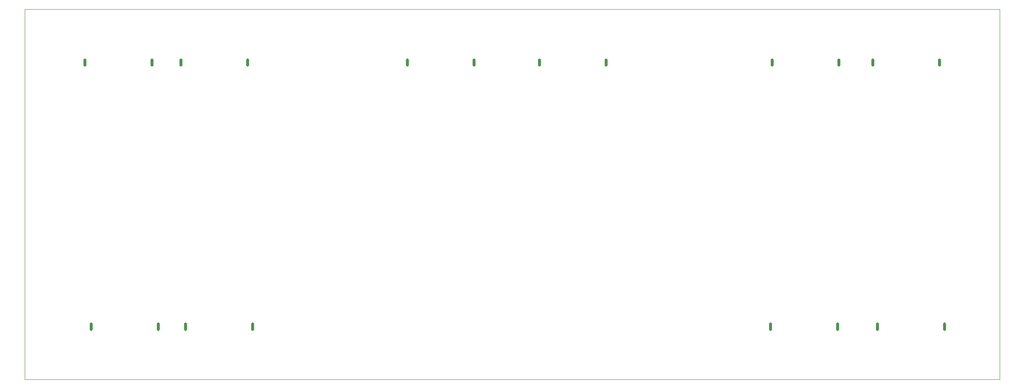
<source format=gbr>
%TF.GenerationSoftware,KiCad,Pcbnew,6.0.11+dfsg-1*%
%TF.CreationDate,2024-02-06T14:07:20+02:00*%
%TF.ProjectId,fake-platka,66616b65-2d70-46c6-9174-6b612e6b6963,rev?*%
%TF.SameCoordinates,Original*%
%TF.FileFunction,Profile,NP*%
%FSLAX46Y46*%
G04 Gerber Fmt 4.6, Leading zero omitted, Abs format (unit mm)*
G04 Created by KiCad (PCBNEW 6.0.11+dfsg-1) date 2024-02-06 14:07:20*
%MOMM*%
%LPD*%
G01*
G04 APERTURE LIST*
%TA.AperFunction,Profile*%
%ADD10C,0.100000*%
%TD*%
%TA.AperFunction,Profile*%
%ADD11C,0.609600*%
%TD*%
G04 APERTURE END LIST*
D10*
X31750000Y-33020000D02*
X228600000Y-33020000D01*
X228600000Y-33020000D02*
X228600000Y-107950000D01*
X228600000Y-107950000D02*
X31750000Y-107950000D01*
X31750000Y-107950000D02*
X31750000Y-33020000D01*
D11*
%TO.C,J7*%
X57405100Y-43201898D02*
X57405100Y-44294098D01*
X43905100Y-43201898D02*
X43905100Y-44294098D01*
%TO.C,J8*%
X76765100Y-43201898D02*
X76765100Y-44294098D01*
X63265100Y-43201898D02*
X63265100Y-44294098D01*
%TO.C,J1*%
X149155100Y-43201898D02*
X149155100Y-44294098D01*
X135655100Y-43201898D02*
X135655100Y-44294098D01*
%TO.C,J14*%
X58654900Y-97768102D02*
X58654900Y-96675902D01*
X45154900Y-97768102D02*
X45154900Y-96675902D01*
%TO.C,J15*%
X64204900Y-97768102D02*
X64204900Y-96675902D01*
X77704900Y-97768102D02*
X77704900Y-96675902D01*
%TO.C,J29*%
X195814900Y-97768102D02*
X195814900Y-96675902D01*
X182314900Y-97768102D02*
X182314900Y-96675902D01*
%TO.C,J28*%
X217404900Y-97768102D02*
X217404900Y-96675902D01*
X203904900Y-97768102D02*
X203904900Y-96675902D01*
%TO.C,J21*%
X202965100Y-43201898D02*
X202965100Y-44294098D01*
X216465100Y-43201898D02*
X216465100Y-44294098D01*
%TO.C,J22*%
X182645100Y-43201898D02*
X182645100Y-44294098D01*
X196145100Y-43201898D02*
X196145100Y-44294098D01*
%TO.C,J2*%
X122485100Y-43201898D02*
X122485100Y-44294098D01*
X108985100Y-43201898D02*
X108985100Y-44294098D01*
%TD*%
M02*

</source>
